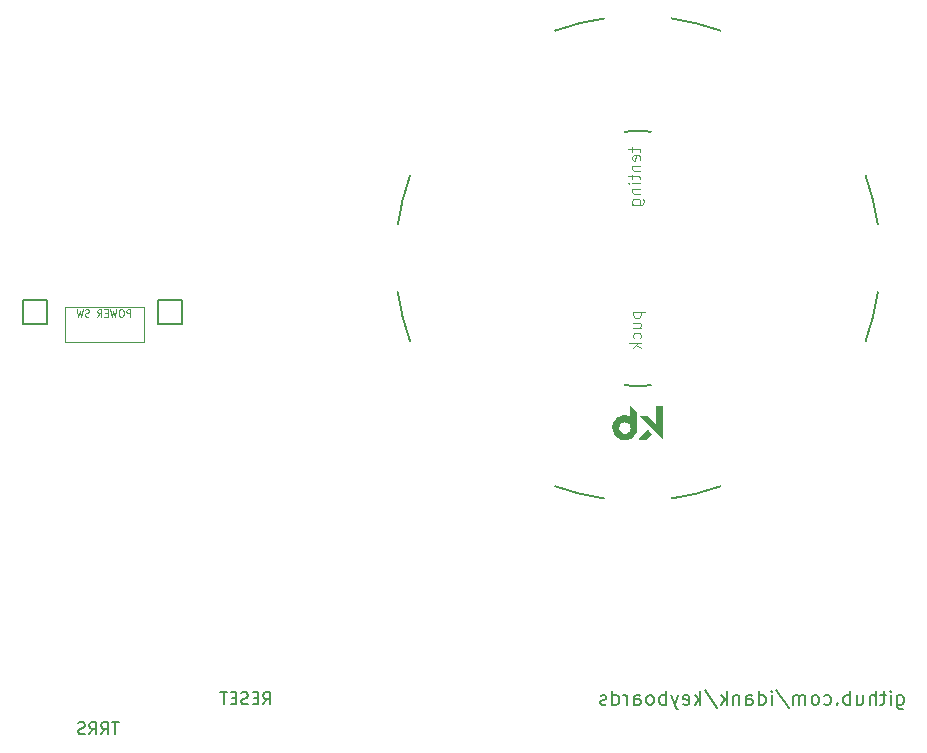
<source format=gbr>
%TF.GenerationSoftware,KiCad,Pcbnew,(6.0.8-1)-1*%
%TF.CreationDate,2023-02-27T10:47:16+02:00*%
%TF.ProjectId,sweepv2,73776565-7076-4322-9e6b-696361645f70,rev?*%
%TF.SameCoordinates,Original*%
%TF.FileFunction,Legend,Bot*%
%TF.FilePolarity,Positive*%
%FSLAX46Y46*%
G04 Gerber Fmt 4.6, Leading zero omitted, Abs format (unit mm)*
G04 Created by KiCad (PCBNEW (6.0.8-1)-1) date 2023-02-27 10:47:16*
%MOMM*%
%LPD*%
G01*
G04 APERTURE LIST*
%ADD10C,0.200000*%
%ADD11C,0.120000*%
%ADD12C,0.150000*%
%ADD13C,0.100000*%
%ADD14C,0.010000*%
G04 APERTURE END LIST*
D10*
X97660714Y-83267857D02*
X97660714Y-84239285D01*
X97717857Y-84353571D01*
X97775000Y-84410714D01*
X97889285Y-84467857D01*
X98060714Y-84467857D01*
X98175000Y-84410714D01*
X97660714Y-84010714D02*
X97775000Y-84067857D01*
X98003571Y-84067857D01*
X98117857Y-84010714D01*
X98175000Y-83953571D01*
X98232142Y-83839285D01*
X98232142Y-83496428D01*
X98175000Y-83382142D01*
X98117857Y-83325000D01*
X98003571Y-83267857D01*
X97775000Y-83267857D01*
X97660714Y-83325000D01*
X97089285Y-84067857D02*
X97089285Y-83267857D01*
X97089285Y-82867857D02*
X97146428Y-82925000D01*
X97089285Y-82982142D01*
X97032142Y-82925000D01*
X97089285Y-82867857D01*
X97089285Y-82982142D01*
X96689285Y-83267857D02*
X96232142Y-83267857D01*
X96517857Y-82867857D02*
X96517857Y-83896428D01*
X96460714Y-84010714D01*
X96346428Y-84067857D01*
X96232142Y-84067857D01*
X95832142Y-84067857D02*
X95832142Y-82867857D01*
X95317857Y-84067857D02*
X95317857Y-83439285D01*
X95375000Y-83325000D01*
X95489285Y-83267857D01*
X95660714Y-83267857D01*
X95775000Y-83325000D01*
X95832142Y-83382142D01*
X94232142Y-83267857D02*
X94232142Y-84067857D01*
X94746428Y-83267857D02*
X94746428Y-83896428D01*
X94689285Y-84010714D01*
X94575000Y-84067857D01*
X94403571Y-84067857D01*
X94289285Y-84010714D01*
X94232142Y-83953571D01*
X93660714Y-84067857D02*
X93660714Y-82867857D01*
X93660714Y-83325000D02*
X93546428Y-83267857D01*
X93317857Y-83267857D01*
X93203571Y-83325000D01*
X93146428Y-83382142D01*
X93089285Y-83496428D01*
X93089285Y-83839285D01*
X93146428Y-83953571D01*
X93203571Y-84010714D01*
X93317857Y-84067857D01*
X93546428Y-84067857D01*
X93660714Y-84010714D01*
X92575000Y-83953571D02*
X92517857Y-84010714D01*
X92575000Y-84067857D01*
X92632142Y-84010714D01*
X92575000Y-83953571D01*
X92575000Y-84067857D01*
X91489285Y-84010714D02*
X91603571Y-84067857D01*
X91832142Y-84067857D01*
X91946428Y-84010714D01*
X92003571Y-83953571D01*
X92060714Y-83839285D01*
X92060714Y-83496428D01*
X92003571Y-83382142D01*
X91946428Y-83325000D01*
X91832142Y-83267857D01*
X91603571Y-83267857D01*
X91489285Y-83325000D01*
X90803571Y-84067857D02*
X90917857Y-84010714D01*
X90975000Y-83953571D01*
X91032142Y-83839285D01*
X91032142Y-83496428D01*
X90975000Y-83382142D01*
X90917857Y-83325000D01*
X90803571Y-83267857D01*
X90632142Y-83267857D01*
X90517857Y-83325000D01*
X90460714Y-83382142D01*
X90403571Y-83496428D01*
X90403571Y-83839285D01*
X90460714Y-83953571D01*
X90517857Y-84010714D01*
X90632142Y-84067857D01*
X90803571Y-84067857D01*
X89889285Y-84067857D02*
X89889285Y-83267857D01*
X89889285Y-83382142D02*
X89832142Y-83325000D01*
X89717857Y-83267857D01*
X89546428Y-83267857D01*
X89432142Y-83325000D01*
X89375000Y-83439285D01*
X89375000Y-84067857D01*
X89375000Y-83439285D02*
X89317857Y-83325000D01*
X89203571Y-83267857D01*
X89032142Y-83267857D01*
X88917857Y-83325000D01*
X88860714Y-83439285D01*
X88860714Y-84067857D01*
X87432142Y-82810714D02*
X88460714Y-84353571D01*
X87032142Y-84067857D02*
X87032142Y-83267857D01*
X87032142Y-82867857D02*
X87089285Y-82925000D01*
X87032142Y-82982142D01*
X86975000Y-82925000D01*
X87032142Y-82867857D01*
X87032142Y-82982142D01*
X85946428Y-84067857D02*
X85946428Y-82867857D01*
X85946428Y-84010714D02*
X86060714Y-84067857D01*
X86289285Y-84067857D01*
X86403571Y-84010714D01*
X86460714Y-83953571D01*
X86517857Y-83839285D01*
X86517857Y-83496428D01*
X86460714Y-83382142D01*
X86403571Y-83325000D01*
X86289285Y-83267857D01*
X86060714Y-83267857D01*
X85946428Y-83325000D01*
X84860714Y-84067857D02*
X84860714Y-83439285D01*
X84917857Y-83325000D01*
X85032142Y-83267857D01*
X85260714Y-83267857D01*
X85375000Y-83325000D01*
X84860714Y-84010714D02*
X84975000Y-84067857D01*
X85260714Y-84067857D01*
X85375000Y-84010714D01*
X85432142Y-83896428D01*
X85432142Y-83782142D01*
X85375000Y-83667857D01*
X85260714Y-83610714D01*
X84975000Y-83610714D01*
X84860714Y-83553571D01*
X84289285Y-83267857D02*
X84289285Y-84067857D01*
X84289285Y-83382142D02*
X84232142Y-83325000D01*
X84117857Y-83267857D01*
X83946428Y-83267857D01*
X83832142Y-83325000D01*
X83775000Y-83439285D01*
X83775000Y-84067857D01*
X83203571Y-84067857D02*
X83203571Y-82867857D01*
X83089285Y-83610714D02*
X82746428Y-84067857D01*
X82746428Y-83267857D02*
X83203571Y-83725000D01*
X81375000Y-82810714D02*
X82403571Y-84353571D01*
X80975000Y-84067857D02*
X80975000Y-82867857D01*
X80860714Y-83610714D02*
X80517857Y-84067857D01*
X80517857Y-83267857D02*
X80975000Y-83725000D01*
X79546428Y-84010714D02*
X79660714Y-84067857D01*
X79889285Y-84067857D01*
X80003571Y-84010714D01*
X80060714Y-83896428D01*
X80060714Y-83439285D01*
X80003571Y-83325000D01*
X79889285Y-83267857D01*
X79660714Y-83267857D01*
X79546428Y-83325000D01*
X79489285Y-83439285D01*
X79489285Y-83553571D01*
X80060714Y-83667857D01*
X79089285Y-83267857D02*
X78803571Y-84067857D01*
X78517857Y-83267857D02*
X78803571Y-84067857D01*
X78917857Y-84353571D01*
X78975000Y-84410714D01*
X79089285Y-84467857D01*
X78060714Y-84067857D02*
X78060714Y-82867857D01*
X78060714Y-83325000D02*
X77946428Y-83267857D01*
X77717857Y-83267857D01*
X77603571Y-83325000D01*
X77546428Y-83382142D01*
X77489285Y-83496428D01*
X77489285Y-83839285D01*
X77546428Y-83953571D01*
X77603571Y-84010714D01*
X77717857Y-84067857D01*
X77946428Y-84067857D01*
X78060714Y-84010714D01*
X76803571Y-84067857D02*
X76917857Y-84010714D01*
X76975000Y-83953571D01*
X77032142Y-83839285D01*
X77032142Y-83496428D01*
X76975000Y-83382142D01*
X76917857Y-83325000D01*
X76803571Y-83267857D01*
X76632142Y-83267857D01*
X76517857Y-83325000D01*
X76460714Y-83382142D01*
X76403571Y-83496428D01*
X76403571Y-83839285D01*
X76460714Y-83953571D01*
X76517857Y-84010714D01*
X76632142Y-84067857D01*
X76803571Y-84067857D01*
X75375000Y-84067857D02*
X75375000Y-83439285D01*
X75432142Y-83325000D01*
X75546428Y-83267857D01*
X75775000Y-83267857D01*
X75889285Y-83325000D01*
X75375000Y-84010714D02*
X75489285Y-84067857D01*
X75775000Y-84067857D01*
X75889285Y-84010714D01*
X75946428Y-83896428D01*
X75946428Y-83782142D01*
X75889285Y-83667857D01*
X75775000Y-83610714D01*
X75489285Y-83610714D01*
X75375000Y-83553571D01*
X74803571Y-84067857D02*
X74803571Y-83267857D01*
X74803571Y-83496428D02*
X74746428Y-83382142D01*
X74689285Y-83325000D01*
X74575000Y-83267857D01*
X74460714Y-83267857D01*
X73546428Y-84067857D02*
X73546428Y-82867857D01*
X73546428Y-84010714D02*
X73660714Y-84067857D01*
X73889285Y-84067857D01*
X74003571Y-84010714D01*
X74060714Y-83953571D01*
X74117857Y-83839285D01*
X74117857Y-83496428D01*
X74060714Y-83382142D01*
X74003571Y-83325000D01*
X73889285Y-83267857D01*
X73660714Y-83267857D01*
X73546428Y-83325000D01*
X73032142Y-84010714D02*
X72917857Y-84067857D01*
X72689285Y-84067857D01*
X72575000Y-84010714D01*
X72517857Y-83896428D01*
X72517857Y-83839285D01*
X72575000Y-83725000D01*
X72689285Y-83667857D01*
X72860714Y-83667857D01*
X72975000Y-83610714D01*
X73032142Y-83496428D01*
X73032142Y-83439285D01*
X72975000Y-83325000D01*
X72860714Y-83267857D01*
X72689285Y-83267857D01*
X72575000Y-83325000D01*
D11*
X27178000Y-50419000D02*
X33909000Y-50419000D01*
X33909000Y-50419000D02*
X33909000Y-53340000D01*
X33909000Y-53340000D02*
X27178000Y-53340000D01*
X27178000Y-53340000D02*
X27178000Y-50419000D01*
D12*
%TO.C,J1*%
X31733904Y-85558380D02*
X31162476Y-85558380D01*
X31448190Y-86558380D02*
X31448190Y-85558380D01*
X30257714Y-86558380D02*
X30591047Y-86082190D01*
X30829142Y-86558380D02*
X30829142Y-85558380D01*
X30448190Y-85558380D01*
X30352952Y-85606000D01*
X30305333Y-85653619D01*
X30257714Y-85748857D01*
X30257714Y-85891714D01*
X30305333Y-85986952D01*
X30352952Y-86034571D01*
X30448190Y-86082190D01*
X30829142Y-86082190D01*
X29257714Y-86558380D02*
X29591047Y-86082190D01*
X29829142Y-86558380D02*
X29829142Y-85558380D01*
X29448190Y-85558380D01*
X29352952Y-85606000D01*
X29305333Y-85653619D01*
X29257714Y-85748857D01*
X29257714Y-85891714D01*
X29305333Y-85986952D01*
X29352952Y-86034571D01*
X29448190Y-86082190D01*
X29829142Y-86082190D01*
X28876761Y-86510761D02*
X28733904Y-86558380D01*
X28495809Y-86558380D01*
X28400571Y-86510761D01*
X28352952Y-86463142D01*
X28305333Y-86367904D01*
X28305333Y-86272666D01*
X28352952Y-86177428D01*
X28400571Y-86129809D01*
X28495809Y-86082190D01*
X28686285Y-86034571D01*
X28781523Y-85986952D01*
X28829142Y-85939333D01*
X28876761Y-85844095D01*
X28876761Y-85748857D01*
X28829142Y-85653619D01*
X28781523Y-85606000D01*
X28686285Y-85558380D01*
X28448190Y-85558380D01*
X28305333Y-85606000D01*
D13*
%TO.C,REF\u002A\u002A*%
X75287214Y-50814500D02*
X76287214Y-50814500D01*
X75334833Y-50814500D02*
X75287214Y-50909738D01*
X75287214Y-51100214D01*
X75334833Y-51195452D01*
X75382452Y-51243071D01*
X75477690Y-51290690D01*
X75763404Y-51290690D01*
X75858642Y-51243071D01*
X75906261Y-51195452D01*
X75953880Y-51100214D01*
X75953880Y-50909738D01*
X75906261Y-50814500D01*
X75287214Y-52147833D02*
X75953880Y-52147833D01*
X75287214Y-51719261D02*
X75811023Y-51719261D01*
X75906261Y-51766880D01*
X75953880Y-51862119D01*
X75953880Y-52004976D01*
X75906261Y-52100214D01*
X75858642Y-52147833D01*
X75906261Y-53052595D02*
X75953880Y-52957357D01*
X75953880Y-52766880D01*
X75906261Y-52671642D01*
X75858642Y-52624023D01*
X75763404Y-52576404D01*
X75477690Y-52576404D01*
X75382452Y-52624023D01*
X75334833Y-52671642D01*
X75287214Y-52766880D01*
X75287214Y-52957357D01*
X75334833Y-53052595D01*
X75953880Y-53481166D02*
X74953880Y-53481166D01*
X75572928Y-53576404D02*
X75953880Y-53862119D01*
X75287214Y-53862119D02*
X75668166Y-53481166D01*
X75223714Y-36860500D02*
X75223714Y-37241452D01*
X74890380Y-37003357D02*
X75747523Y-37003357D01*
X75842761Y-37050976D01*
X75890380Y-37146214D01*
X75890380Y-37241452D01*
X75842761Y-37955738D02*
X75890380Y-37860500D01*
X75890380Y-37670023D01*
X75842761Y-37574785D01*
X75747523Y-37527166D01*
X75366571Y-37527166D01*
X75271333Y-37574785D01*
X75223714Y-37670023D01*
X75223714Y-37860500D01*
X75271333Y-37955738D01*
X75366571Y-38003357D01*
X75461809Y-38003357D01*
X75557047Y-37527166D01*
X75223714Y-38431928D02*
X75890380Y-38431928D01*
X75318952Y-38431928D02*
X75271333Y-38479547D01*
X75223714Y-38574785D01*
X75223714Y-38717642D01*
X75271333Y-38812880D01*
X75366571Y-38860500D01*
X75890380Y-38860500D01*
X75223714Y-39193833D02*
X75223714Y-39574785D01*
X74890380Y-39336690D02*
X75747523Y-39336690D01*
X75842761Y-39384309D01*
X75890380Y-39479547D01*
X75890380Y-39574785D01*
X75890380Y-39908119D02*
X75223714Y-39908119D01*
X74890380Y-39908119D02*
X74938000Y-39860500D01*
X74985619Y-39908119D01*
X74938000Y-39955738D01*
X74890380Y-39908119D01*
X74985619Y-39908119D01*
X75223714Y-40384309D02*
X75890380Y-40384309D01*
X75318952Y-40384309D02*
X75271333Y-40431928D01*
X75223714Y-40527166D01*
X75223714Y-40670023D01*
X75271333Y-40765261D01*
X75366571Y-40812880D01*
X75890380Y-40812880D01*
X75223714Y-41717642D02*
X76033238Y-41717642D01*
X76128476Y-41670023D01*
X76176095Y-41622404D01*
X76223714Y-41527166D01*
X76223714Y-41384309D01*
X76176095Y-41289071D01*
X75842761Y-41717642D02*
X75890380Y-41622404D01*
X75890380Y-41431928D01*
X75842761Y-41336690D01*
X75795142Y-41289071D01*
X75699904Y-41241452D01*
X75414190Y-41241452D01*
X75318952Y-41289071D01*
X75271333Y-41336690D01*
X75223714Y-41431928D01*
X75223714Y-41622404D01*
X75271333Y-41717642D01*
D12*
%TO.C,RSW2*%
X43979380Y-84027380D02*
X44312714Y-83551190D01*
X44550809Y-84027380D02*
X44550809Y-83027380D01*
X44169857Y-83027380D01*
X44074619Y-83075000D01*
X44027000Y-83122619D01*
X43979380Y-83217857D01*
X43979380Y-83360714D01*
X44027000Y-83455952D01*
X44074619Y-83503571D01*
X44169857Y-83551190D01*
X44550809Y-83551190D01*
X43550809Y-83503571D02*
X43217476Y-83503571D01*
X43074619Y-84027380D02*
X43550809Y-84027380D01*
X43550809Y-83027380D01*
X43074619Y-83027380D01*
X42693666Y-83979761D02*
X42550809Y-84027380D01*
X42312714Y-84027380D01*
X42217476Y-83979761D01*
X42169857Y-83932142D01*
X42122238Y-83836904D01*
X42122238Y-83741666D01*
X42169857Y-83646428D01*
X42217476Y-83598809D01*
X42312714Y-83551190D01*
X42503190Y-83503571D01*
X42598428Y-83455952D01*
X42646047Y-83408333D01*
X42693666Y-83313095D01*
X42693666Y-83217857D01*
X42646047Y-83122619D01*
X42598428Y-83075000D01*
X42503190Y-83027380D01*
X42265095Y-83027380D01*
X42122238Y-83075000D01*
X41693666Y-83503571D02*
X41360333Y-83503571D01*
X41217476Y-84027380D02*
X41693666Y-84027380D01*
X41693666Y-83027380D01*
X41217476Y-83027380D01*
X40931761Y-83027380D02*
X40360333Y-83027380D01*
X40646047Y-84027380D02*
X40646047Y-83027380D01*
D11*
%TO.C,POWER SW*%
X32722857Y-51198428D02*
X32722857Y-50598428D01*
X32494285Y-50598428D01*
X32437142Y-50627000D01*
X32408571Y-50655571D01*
X32380000Y-50712714D01*
X32380000Y-50798428D01*
X32408571Y-50855571D01*
X32437142Y-50884142D01*
X32494285Y-50912714D01*
X32722857Y-50912714D01*
X32008571Y-50598428D02*
X31894285Y-50598428D01*
X31837142Y-50627000D01*
X31780000Y-50684142D01*
X31751428Y-50798428D01*
X31751428Y-50998428D01*
X31780000Y-51112714D01*
X31837142Y-51169857D01*
X31894285Y-51198428D01*
X32008571Y-51198428D01*
X32065714Y-51169857D01*
X32122857Y-51112714D01*
X32151428Y-50998428D01*
X32151428Y-50798428D01*
X32122857Y-50684142D01*
X32065714Y-50627000D01*
X32008571Y-50598428D01*
X31551428Y-50598428D02*
X31408571Y-51198428D01*
X31294285Y-50769857D01*
X31180000Y-51198428D01*
X31037142Y-50598428D01*
X30808571Y-50884142D02*
X30608571Y-50884142D01*
X30522857Y-51198428D02*
X30808571Y-51198428D01*
X30808571Y-50598428D01*
X30522857Y-50598428D01*
X29922857Y-51198428D02*
X30122857Y-50912714D01*
X30265714Y-51198428D02*
X30265714Y-50598428D01*
X30037142Y-50598428D01*
X29980000Y-50627000D01*
X29951428Y-50655571D01*
X29922857Y-50712714D01*
X29922857Y-50798428D01*
X29951428Y-50855571D01*
X29980000Y-50884142D01*
X30037142Y-50912714D01*
X30265714Y-50912714D01*
X29237142Y-51169857D02*
X29151428Y-51198428D01*
X29008571Y-51198428D01*
X28951428Y-51169857D01*
X28922857Y-51141285D01*
X28894285Y-51084142D01*
X28894285Y-51027000D01*
X28922857Y-50969857D01*
X28951428Y-50941285D01*
X29008571Y-50912714D01*
X29122857Y-50884142D01*
X29180000Y-50855571D01*
X29208571Y-50827000D01*
X29237142Y-50769857D01*
X29237142Y-50712714D01*
X29208571Y-50655571D01*
X29180000Y-50627000D01*
X29122857Y-50598428D01*
X28980000Y-50598428D01*
X28894285Y-50627000D01*
X28694285Y-50598428D02*
X28551428Y-51198428D01*
X28437142Y-50769857D01*
X28322857Y-51198428D01*
X28180000Y-50598428D01*
D10*
%TO.C,REF\u002A\u002A*%
X76820385Y-35546137D02*
G75*
G03*
X75692000Y-35487000I-1128385J-10735763D01*
G01*
X55371999Y-49139500D02*
G75*
G03*
X56405865Y-53290046I20320001J2857500D01*
G01*
X75692000Y-35487000D02*
G75*
G03*
X74563615Y-35546136I-6J-10794921D01*
G01*
X82700049Y-26995867D02*
G75*
G03*
X78549500Y-25962000I-7008049J-19286133D01*
G01*
X72834500Y-25961999D02*
G75*
G03*
X68683954Y-26995865I2857500J-20320001D01*
G01*
X96012000Y-43424500D02*
G75*
G03*
X94978134Y-39273952I-20320000J-2857500D01*
G01*
X78549500Y-66602000D02*
G75*
G03*
X82700045Y-65568135I-2857506J20320019D01*
G01*
X56405865Y-39273956D02*
G75*
G03*
X55372000Y-43424500I19286255J-7008074D01*
G01*
X74563615Y-57017864D02*
G75*
G03*
X75692000Y-57077000I1128379J10735785D01*
G01*
X68683955Y-65568135D02*
G75*
G03*
X72834500Y-66602000I7008045J19286135D01*
G01*
X75692000Y-57077001D02*
G75*
G03*
X76820385Y-57017864I0J10794901D01*
G01*
X94978134Y-53290048D02*
G75*
G03*
X96012000Y-49139500I-19286134J7008048D01*
G01*
G36*
X77772952Y-61508356D02*
G01*
X77682108Y-61416080D01*
X77668327Y-61402084D01*
X77636466Y-61369731D01*
X77590519Y-61323077D01*
X77531703Y-61263359D01*
X77461236Y-61191814D01*
X77380337Y-61109677D01*
X77290222Y-61018184D01*
X77192110Y-60918573D01*
X77087218Y-60812080D01*
X76976764Y-60699940D01*
X76861965Y-60583391D01*
X76744040Y-60463668D01*
X75896816Y-59603531D01*
X76185184Y-59600438D01*
X76473552Y-59597344D01*
X77276498Y-60400044D01*
X77276498Y-58766486D01*
X77772952Y-58766486D01*
X77772952Y-61508356D01*
G37*
D14*
X77772952Y-61508356D02*
X77682108Y-61416080D01*
X77668327Y-61402084D01*
X77636466Y-61369731D01*
X77590519Y-61323077D01*
X77531703Y-61263359D01*
X77461236Y-61191814D01*
X77380337Y-61109677D01*
X77290222Y-61018184D01*
X77192110Y-60918573D01*
X77087218Y-60812080D01*
X76976764Y-60699940D01*
X76861965Y-60583391D01*
X76744040Y-60463668D01*
X75896816Y-59603531D01*
X76185184Y-59600438D01*
X76473552Y-59597344D01*
X77276498Y-60400044D01*
X77276498Y-58766486D01*
X77772952Y-58766486D01*
X77772952Y-61508356D01*
G36*
X76479184Y-60798669D02*
G01*
X76491413Y-60808717D01*
X76516895Y-60832337D01*
X76553042Y-60867050D01*
X76597266Y-60910375D01*
X76646979Y-60959830D01*
X76808014Y-61121174D01*
X76774132Y-61158989D01*
X76770955Y-61162481D01*
X76749087Y-61185690D01*
X76714741Y-61221436D01*
X76670925Y-61266616D01*
X76620642Y-61318129D01*
X76566900Y-61372872D01*
X76393550Y-61548941D01*
X75773536Y-61548941D01*
X75801837Y-61515306D01*
X75804130Y-61512615D01*
X75824798Y-61489386D01*
X75857556Y-61453546D01*
X75900416Y-61407201D01*
X75951388Y-61352458D01*
X76008484Y-61291423D01*
X76069714Y-61226204D01*
X76133089Y-61158906D01*
X76196622Y-61091636D01*
X76258321Y-61026501D01*
X76316200Y-60965607D01*
X76368267Y-60911061D01*
X76412536Y-60864969D01*
X76447015Y-60829438D01*
X76469718Y-60806575D01*
X76478653Y-60798486D01*
X76479184Y-60798669D01*
G37*
X76479184Y-60798669D02*
X76491413Y-60808717D01*
X76516895Y-60832337D01*
X76553042Y-60867050D01*
X76597266Y-60910375D01*
X76646979Y-60959830D01*
X76808014Y-61121174D01*
X76774132Y-61158989D01*
X76770955Y-61162481D01*
X76749087Y-61185690D01*
X76714741Y-61221436D01*
X76670925Y-61266616D01*
X76620642Y-61318129D01*
X76566900Y-61372872D01*
X76393550Y-61548941D01*
X75773536Y-61548941D01*
X75801837Y-61515306D01*
X75804130Y-61512615D01*
X75824798Y-61489386D01*
X75857556Y-61453546D01*
X75900416Y-61407201D01*
X75951388Y-61352458D01*
X76008484Y-61291423D01*
X76069714Y-61226204D01*
X76133089Y-61158906D01*
X76196622Y-61091636D01*
X76258321Y-61026501D01*
X76316200Y-60965607D01*
X76368267Y-60911061D01*
X76412536Y-60864969D01*
X76447015Y-60829438D01*
X76469718Y-60806575D01*
X76478653Y-60798486D01*
X76479184Y-60798669D01*
G36*
X75569717Y-60712364D02*
G01*
X75567104Y-60740759D01*
X75558235Y-60787209D01*
X75520682Y-60914369D01*
X75465516Y-61040232D01*
X75395824Y-61158414D01*
X75314693Y-61262534D01*
X75306299Y-61271700D01*
X75197987Y-61372026D01*
X75075567Y-61456023D01*
X74942394Y-61522002D01*
X74801826Y-61568277D01*
X74657218Y-61593158D01*
X74556972Y-61597641D01*
X74408551Y-61586242D01*
X74265132Y-61553989D01*
X74128896Y-61501966D01*
X74002021Y-61431252D01*
X73886688Y-61342930D01*
X73785075Y-61238081D01*
X73699363Y-61117788D01*
X73642108Y-61010869D01*
X73588963Y-60871633D01*
X73557607Y-60727069D01*
X73551103Y-60630705D01*
X74046342Y-60630705D01*
X74046624Y-60635995D01*
X74050942Y-60691298D01*
X74058299Y-60733590D01*
X74070944Y-60772198D01*
X74091125Y-60816444D01*
X74112613Y-60854771D01*
X74154098Y-60913565D01*
X74202155Y-60969021D01*
X74251478Y-61015215D01*
X74296764Y-61046219D01*
X74312931Y-61053995D01*
X74353836Y-61071355D01*
X74396833Y-61087441D01*
X74469660Y-61106729D01*
X74573361Y-61115250D01*
X74674902Y-61102456D01*
X74771688Y-61069324D01*
X74861120Y-61016831D01*
X74940601Y-60945954D01*
X75007535Y-60857671D01*
X75036189Y-60803526D01*
X75066621Y-60709507D01*
X75077193Y-60611958D01*
X75068887Y-60514010D01*
X75042685Y-60418797D01*
X74999572Y-60329450D01*
X74940529Y-60249104D01*
X74866539Y-60180890D01*
X74778587Y-60127941D01*
X74764584Y-60121655D01*
X74666238Y-60091030D01*
X74564886Y-60080848D01*
X74463982Y-60090168D01*
X74366983Y-60118046D01*
X74277347Y-60163542D01*
X74198530Y-60225712D01*
X74133988Y-60303616D01*
X74116218Y-60332145D01*
X74072566Y-60425568D01*
X74049710Y-60523460D01*
X74046342Y-60630705D01*
X73551103Y-60630705D01*
X73547316Y-60574591D01*
X73550877Y-60484921D01*
X73573558Y-60334642D01*
X73616310Y-60192673D01*
X73678120Y-60060688D01*
X73757978Y-59940363D01*
X73854872Y-59833374D01*
X73967792Y-59741394D01*
X74095725Y-59666101D01*
X74165576Y-59633462D01*
X74240714Y-59604245D01*
X74312366Y-59584753D01*
X74388849Y-59572816D01*
X74478484Y-59566264D01*
X74496296Y-59565596D01*
X74635497Y-59572034D01*
X74765880Y-59599710D01*
X74888096Y-59648814D01*
X75002793Y-59719536D01*
X75026927Y-59736738D01*
X75051773Y-59753081D01*
X75064204Y-59759395D01*
X75065112Y-59755365D01*
X75066561Y-59731558D01*
X75067888Y-59688435D01*
X75069057Y-59628360D01*
X75070033Y-59553698D01*
X75070783Y-59466812D01*
X75071272Y-59370067D01*
X75071464Y-59265827D01*
X75071612Y-58772259D01*
X75579316Y-59282285D01*
X75579229Y-59973999D01*
X75579226Y-59985735D01*
X75578965Y-60136209D01*
X75578301Y-60273481D01*
X75577257Y-60396137D01*
X75575854Y-60502766D01*
X75574115Y-60591955D01*
X75573531Y-60611958D01*
X75572062Y-60662292D01*
X75569717Y-60712364D01*
G37*
X75569717Y-60712364D02*
X75567104Y-60740759D01*
X75558235Y-60787209D01*
X75520682Y-60914369D01*
X75465516Y-61040232D01*
X75395824Y-61158414D01*
X75314693Y-61262534D01*
X75306299Y-61271700D01*
X75197987Y-61372026D01*
X75075567Y-61456023D01*
X74942394Y-61522002D01*
X74801826Y-61568277D01*
X74657218Y-61593158D01*
X74556972Y-61597641D01*
X74408551Y-61586242D01*
X74265132Y-61553989D01*
X74128896Y-61501966D01*
X74002021Y-61431252D01*
X73886688Y-61342930D01*
X73785075Y-61238081D01*
X73699363Y-61117788D01*
X73642108Y-61010869D01*
X73588963Y-60871633D01*
X73557607Y-60727069D01*
X73551103Y-60630705D01*
X74046342Y-60630705D01*
X74046624Y-60635995D01*
X74050942Y-60691298D01*
X74058299Y-60733590D01*
X74070944Y-60772198D01*
X74091125Y-60816444D01*
X74112613Y-60854771D01*
X74154098Y-60913565D01*
X74202155Y-60969021D01*
X74251478Y-61015215D01*
X74296764Y-61046219D01*
X74312931Y-61053995D01*
X74353836Y-61071355D01*
X74396833Y-61087441D01*
X74469660Y-61106729D01*
X74573361Y-61115250D01*
X74674902Y-61102456D01*
X74771688Y-61069324D01*
X74861120Y-61016831D01*
X74940601Y-60945954D01*
X75007535Y-60857671D01*
X75036189Y-60803526D01*
X75066621Y-60709507D01*
X75077193Y-60611958D01*
X75068887Y-60514010D01*
X75042685Y-60418797D01*
X74999572Y-60329450D01*
X74940529Y-60249104D01*
X74866539Y-60180890D01*
X74778587Y-60127941D01*
X74764584Y-60121655D01*
X74666238Y-60091030D01*
X74564886Y-60080848D01*
X74463982Y-60090168D01*
X74366983Y-60118046D01*
X74277347Y-60163542D01*
X74198530Y-60225712D01*
X74133988Y-60303616D01*
X74116218Y-60332145D01*
X74072566Y-60425568D01*
X74049710Y-60523460D01*
X74046342Y-60630705D01*
X73551103Y-60630705D01*
X73547316Y-60574591D01*
X73550877Y-60484921D01*
X73573558Y-60334642D01*
X73616310Y-60192673D01*
X73678120Y-60060688D01*
X73757978Y-59940363D01*
X73854872Y-59833374D01*
X73967792Y-59741394D01*
X74095725Y-59666101D01*
X74165576Y-59633462D01*
X74240714Y-59604245D01*
X74312366Y-59584753D01*
X74388849Y-59572816D01*
X74478484Y-59566264D01*
X74496296Y-59565596D01*
X74635497Y-59572034D01*
X74765880Y-59599710D01*
X74888096Y-59648814D01*
X75002793Y-59719536D01*
X75026927Y-59736738D01*
X75051773Y-59753081D01*
X75064204Y-59759395D01*
X75065112Y-59755365D01*
X75066561Y-59731558D01*
X75067888Y-59688435D01*
X75069057Y-59628360D01*
X75070033Y-59553698D01*
X75070783Y-59466812D01*
X75071272Y-59370067D01*
X75071464Y-59265827D01*
X75071612Y-58772259D01*
X75579316Y-59282285D01*
X75579229Y-59973999D01*
X75579226Y-59985735D01*
X75578965Y-60136209D01*
X75578301Y-60273481D01*
X75577257Y-60396137D01*
X75575854Y-60502766D01*
X75574115Y-60591955D01*
X75573531Y-60611958D01*
X75572062Y-60662292D01*
X75569717Y-60712364D01*
D12*
%TO.C,BatGND4*%
X35068000Y-51800000D02*
X35068000Y-49800000D01*
X37068000Y-49800000D02*
X37068000Y-51800000D01*
X35068000Y-49800000D02*
X37068000Y-49800000D01*
X37068000Y-51800000D02*
X35068000Y-51800000D01*
%TO.C,B+*%
X25638000Y-51800000D02*
X23638000Y-51800000D01*
X23638000Y-51800000D02*
X23638000Y-49800000D01*
X23638000Y-49800000D02*
X25638000Y-49800000D01*
X25638000Y-49800000D02*
X25638000Y-51800000D01*
%TD*%
M02*

</source>
